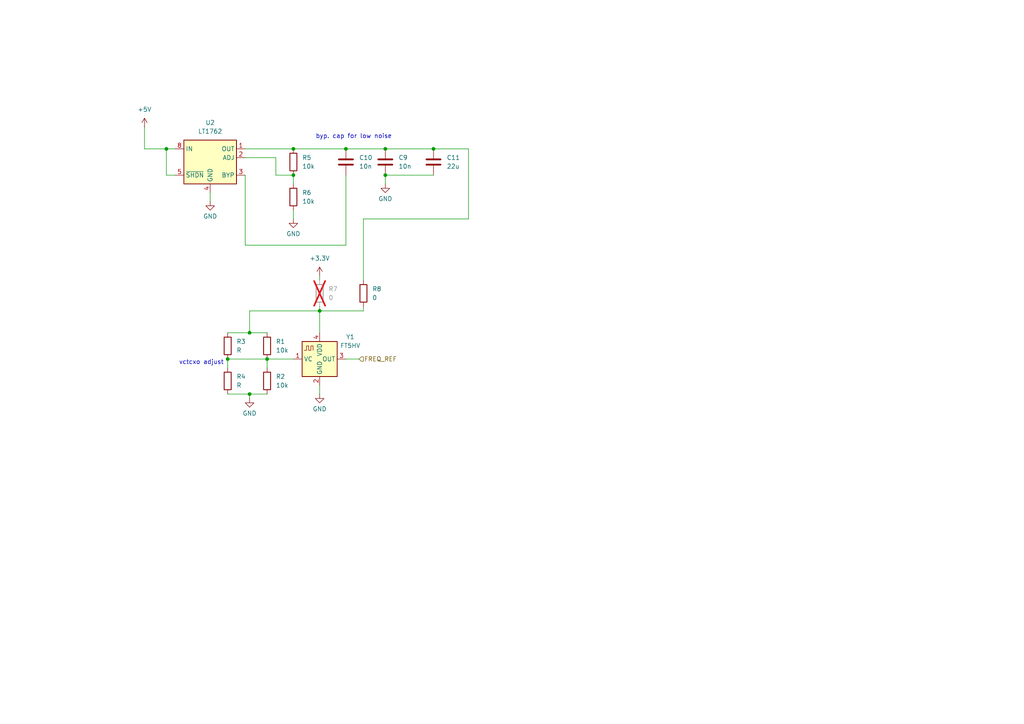
<source format=kicad_sch>
(kicad_sch (version 20250114) (generator "eeschema") (generator_version "9.0")
  (paper "A4")
  (lib_symbols
    (symbol "Device:C" (pin_numbers (hide yes)) (pin_names (offset 0.254))
      (property "Reference" "C" (at 0.635 2.54 0))
      (property "Value" "C" (at 0.635 -2.54 0))
      (symbol "C_0_1"
        (polyline (pts (xy -2.032 0.762) (xy 2.032 0.762)) (stroke (width 0.508)))
        (polyline (pts (xy -2.032 -0.762) (xy 2.032 -0.762)) (stroke (width 0.508)))
      )
      (symbol "C_1_1"
        (pin passive line (at 0 3.81 270) (length 2.794) (name "~") (number "1"))
        (pin passive line (at 0 -3.81 90) (length 2.794) (name "~") (number "2"))
      )
    )
    (symbol "Device:R" (pin_numbers (hide yes)) (pin_names (offset 0))
      (property "Reference" "R" (at 2.032 0 90))
      (property "Value" "R" (at 0 0 90))
      (symbol "R_0_1"
        (rectangle (start -1.016 -2.54) (end 1.016 2.54) (stroke (width 0.254)))
      )
      (symbol "R_1_1"
        (pin passive line (at 0 3.81 270) (length 1.27) (name "~") (number "1"))
        (pin passive line (at 0 -3.81 90) (length 1.27) (name "~") (number "2"))
      )
    )
    (symbol "Oscillator:FT5HV"
      (property "Reference" "Y" (at 5.08 11.43 0))
      (property "Value" "FT5HV" (at 6.35 8.89 0))
      (symbol "FT5HV_0_1"
        (rectangle (start -5.08 5.08) (end 5.08 -5.08) (stroke (width 0.254)) (fill (type background)))
        (polyline (pts (xy -4.445 2.54) (xy -3.81 2.54) (xy -3.81 3.81) (xy -3.175 3.81) (xy -3.175 2.54) (xy -2.54 2.54) (xy -2.54 3.81) (xy -1.905 3.81) (xy -1.905 2.54)))
      )
      (symbol "FT5HV_1_1"
        (pin input line (at -7.62 0 0) (length 2.54) (name "VC") (number "1"))
        (pin power_in line (at 0 7.62 270) (length 2.54) (name "VDD") (number "4"))
        (pin power_in line (at 0 -7.62 90) (length 2.54) (name "GND") (number "2"))
        (pin output line (at 7.62 0 180) (length 2.54) (name "OUT") (number "3"))
      )
    )
    (symbol "Regulator_Linear:LT1762"
      (property "Reference" "U" (at -7.62 8.89 0))
      (property "Value" "LT1762" (at 1.27 -6.35 0))
      (symbol "LT1762_0_1"
        (rectangle (start -7.62 7.62) (end 7.62 -5.08) (stroke (width 0.254)) (fill (type background)))
      )
      (symbol "LT1762_1_1"
        (pin power_in line (at -10.16 5.08 0) (length 2.54) (name "IN") (number "8"))
        (pin input line (at -10.16 -2.54 0) (length 2.54) (name "~{SHDN}") (number "5"))
        (pin power_in line (at 0 -7.62 90) (length 2.54) (name "GND") (number "4"))
        (pin no_connect line (at 2.54 5.08 90) (length 2.54) (hide yes) (name "NC") (number "6"))
        (pin no_connect line (at 2.54 2.54 90) (length 2.54) (hide yes) (name "NC") (number "7"))
        (pin power_out line (at 10.16 5.08 180) (length 2.54) (name "OUT") (number "1"))
        (pin input line (at 10.16 2.54 180) (length 2.54) (name "ADJ") (number "2"))
        (pin passive line (at 10.16 -2.54 180) (length 2.54) (name "BYP") (number "3"))
      )
    )
    (symbol "power:+3.3V" (power) (pin_numbers (hide yes)) (pin_names (offset 0) (hide yes))
      (property "Value" "+3.3V" (at 0 3.556 0))
      (symbol "+3.3V_0_1"
        (polyline (pts (xy -0.762 1.27) (xy 0 2.54)))
        (polyline (pts (xy 0 2.54) (xy 0.762 1.27)))
        (polyline (pts (xy 0 0) (xy 0 2.54)))
      )
      (symbol "+3.3V_1_1"
        (pin power_in line (at 0 0 90) (length 0) (name "~") (number "1"))
      )
    )
    (symbol "power:+5V" (power) (pin_numbers (hide yes)) (pin_names (offset 0) (hide yes))
      (property "Value" "+5V" (at 0 3.556 0))
      (symbol "+5V_0_1"
        (polyline (pts (xy -0.762 1.27) (xy 0 2.54)))
        (polyline (pts (xy 0 2.54) (xy 0.762 1.27)))
        (polyline (pts (xy 0 0) (xy 0 2.54)))
      )
      (symbol "+5V_1_1"
        (pin power_in line (at 0 0 90) (length 0) (name "~") (number "1"))
      )
    )
    (symbol "power:GND" (power) (pin_numbers (hide yes)) (pin_names (offset 0) (hide yes))
      (property "Value" "GND" (at 0 -3.81 0))
      (symbol "GND_0_1"
        (polyline (pts (xy 0 0) (xy 0 -1.27) (xy 1.27 -1.27) (xy 0 -2.54) (xy -1.27 -1.27) (xy 0 -1.27)))
      )
      (symbol "GND_1_1"
        (pin power_in line (at 0 0 270) (length 0) (name "~") (number "1"))
      )
    )
  )
  (text "vctcxo adjust" (at 58.42 105.156 0) (effects (font (size 1.27 1.27))))
  (text "byp. cap for low noise" (at 102.616 39.624 0) (effects (font (size 1.27 1.27))))
  (junction (at 111.76 50.8))
  (junction (at 125.73 43.18))
  (junction (at 85.09 43.18))
  (junction (at 85.09 50.8))
  (junction (at 66.04 104.14))
  (junction (at 77.47 104.14))
  (junction (at 72.39 96.52))
  (junction (at 48.26 43.18))
  (junction (at 92.71 90.17))
  (junction (at 100.33 43.18))
  (junction (at 72.39 114.3))
  (junction (at 111.76 43.18))
  (wire (pts (xy 80.01 45.72) (xy 71.12 45.72)))
  (wire (pts (xy 105.41 81.28) (xy 105.41 63.5)))
  (wire (pts (xy 41.91 43.18) (xy 48.26 43.18)))
  (wire (pts (xy 71.12 71.12) (xy 71.12 50.8)))
  (wire (pts (xy 80.01 50.8) (xy 80.01 45.72)))
  (wire (pts (xy 92.71 90.17) (xy 105.41 90.17)))
  (wire (pts (xy 48.26 50.8) (xy 48.26 43.18)))
  (wire (pts (xy 111.76 50.8) (xy 111.76 53.34)))
  (wire (pts (xy 92.71 80.01) (xy 92.71 81.28)))
  (wire (pts (xy 71.12 43.18) (xy 85.09 43.18)))
  (wire (pts (xy 85.09 50.8) (xy 85.09 53.34)))
  (wire (pts (xy 72.39 114.3) (xy 77.47 114.3)))
  (wire (pts (xy 135.89 63.5) (xy 135.89 43.18)))
  (wire (pts (xy 72.39 96.52) (xy 77.47 96.52)))
  (wire (pts (xy 50.8 50.8) (xy 48.26 50.8)))
  (wire (pts (xy 77.47 104.14) (xy 85.09 104.14)))
  (wire (pts (xy 48.26 43.18) (xy 50.8 43.18)))
  (wire (pts (xy 72.39 90.17) (xy 72.39 96.52)))
  (wire (pts (xy 111.76 50.8) (xy 125.73 50.8)))
  (wire (pts (xy 66.04 114.3) (xy 72.39 114.3)))
  (wire (pts (xy 85.09 60.96) (xy 85.09 63.5)))
  (wire (pts (xy 100.33 104.14) (xy 104.14 104.14)))
  (wire (pts (xy 60.96 55.88) (xy 60.96 58.42)))
  (wire (pts (xy 77.47 104.14) (xy 77.47 106.68)))
  (wire (pts (xy 72.39 114.3) (xy 72.39 115.57)))
  (wire (pts (xy 66.04 96.52) (xy 72.39 96.52)))
  (wire (pts (xy 111.76 43.18) (xy 125.73 43.18)))
  (wire (pts (xy 92.71 88.9) (xy 92.71 90.17)))
  (wire (pts (xy 92.71 90.17) (xy 92.71 96.52)))
  (wire (pts (xy 100.33 50.8) (xy 100.33 71.12)))
  (wire (pts (xy 66.04 104.14) (xy 66.04 106.68)))
  (wire (pts (xy 85.09 43.18) (xy 100.33 43.18)))
  (wire (pts (xy 92.71 111.76) (xy 92.71 114.3)))
  (wire (pts (xy 135.89 43.18) (xy 125.73 43.18)))
  (wire (pts (xy 85.09 50.8) (xy 80.01 50.8)))
  (wire (pts (xy 105.41 90.17) (xy 105.41 88.9)))
  (wire (pts (xy 111.76 43.18) (xy 100.33 43.18)))
  (wire (pts (xy 100.33 71.12) (xy 71.12 71.12)))
  (wire (pts (xy 66.04 104.14) (xy 77.47 104.14)))
  (wire (pts (xy 105.41 63.5) (xy 135.89 63.5)))
  (wire (pts (xy 92.71 90.17) (xy 72.39 90.17)))
  (wire (pts (xy 41.91 36.83) (xy 41.91 43.18)))
  (hierarchical_label "FREQ_REF" (shape input) (at 104.14 104.14 0))
  (symbol (lib_id "power:GND") (at 60.96 58.42 0) (unit 1)
    (property "Reference" "#PWR012" (effects (hide yes)))
    (property "Value" "GND" (at 60.96 62.738 0))
    (property "Description" "Power symbol creates a global label with name \"GND\" , ground" (effects (hide yes)))
  )
  (symbol (lib_id "power:GND") (at 72.39 115.57 0) (unit 1)
    (property "Reference" "#PWR013" (effects (hide yes)))
    (property "Value" "GND" (at 72.39 119.888 0))
    (property "Description" "Power symbol creates a global label with name \"GND\" , ground" (effects (hide yes)))
  )
  (symbol (lib_id "Device:R") (at 105.41 85.09 0) (unit 1)
    (property "Reference" "R8" (at 107.95 83.8199 0) (effects (justify left)))
    (property "Value" "0" (at 107.95 86.3599 0) (effects (justify left)))
    (property "Footprint" "Resistor_SMD:R_0603_1608Metric_Pad0.98x0.95mm_HandSolder" (effects (hide yes)))
    (property "Description" "Resistor" (effects (hide yes)))
  )
  (symbol (lib_id "Oscillator:FT5HV") (at 92.71 104.14 0) (unit 1)
    (property "Reference" "Y1" (at 101.6 97.7198 0))
    (property "Value" "FT5HV" (at 101.6 100.2598 0))
    (property "Footprint" "Oscillator:Oscillator_SMD_Fox_FT5H_5.0x3.2mm" (effects (hide yes)))
    (property "Datasheet" "https://foxonline.com/wp-content/uploads/pdfs/T5HN_T5HV.pdf" (effects (hide yes)))
    (property "Description" "HCMOS temperature compensated voltage controlled oscillator" (effects (hide yes)))
  )
  (symbol (lib_id "power:GND") (at 111.76 53.34 0) (unit 1)
    (property "Reference" "#PWR016" (effects (hide yes)))
    (property "Value" "GND" (at 111.76 57.658 0))
    (property "Description" "Power symbol creates a global label with name \"GND\" , ground" (effects (hide yes)))
  )
  (symbol (lib_id "Device:R") (at 85.09 57.15 0) (unit 1)
    (property "Reference" "R6" (at 87.63 55.8799 0) (effects (justify left)))
    (property "Value" "10k" (at 87.63 58.4199 0) (effects (justify left)))
    (property "Footprint" "Resistor_SMD:R_0603_1608Metric_Pad0.98x0.95mm_HandSolder" (effects (hide yes)))
    (property "Description" "Resistor" (effects (hide yes)))
  )
  (symbol (lib_id "Device:R") (at 85.09 46.99 0) (unit 1)
    (property "Reference" "R5" (at 87.63 45.7199 0) (effects (justify left)))
    (property "Value" "10k" (at 87.63 48.2599 0) (effects (justify left)))
    (property "Footprint" "Resistor_SMD:R_0603_1608Metric_Pad0.98x0.95mm_HandSolder" (effects (hide yes)))
    (property "Description" "Resistor" (effects (hide yes)))
  )
  (symbol (lib_id "Device:R") (at 92.71 85.09 0) (unit 1) (dnp yes)
    (property "Reference" "R7" (at 95.25 83.8199 0) (effects (justify left)))
    (property "Value" "0" (at 95.25 86.3599 0) (effects (justify left)))
    (property "Footprint" "Resistor_SMD:R_0603_1608Metric_Pad0.98x0.95mm_HandSolder" (effects (hide yes)))
    (property "Description" "Resistor" (effects (hide yes)))
  )
  (symbol (lib_id "Device:C") (at 125.73 46.99 0) (unit 1)
    (property "Reference" "C11" (at 129.54 45.7199 0) (effects (justify left)))
    (property "Value" "22u" (at 129.54 48.2599 0) (effects (justify left)))
    (property "Footprint" "Capacitor_SMD:C_1206_3216Metric_Pad1.33x1.80mm_HandSolder" (effects (hide yes)))
    (property "Description" "Unpolarized capacitor" (effects (hide yes)))
  )
  (symbol (lib_id "Device:C") (at 111.76 46.99 0) (unit 1)
    (property "Reference" "C9" (at 115.57 45.7199 0) (effects (justify left)))
    (property "Value" "10n" (at 115.57 48.2599 0) (effects (justify left)))
    (property "Footprint" "Capacitor_SMD:C_0603_1608Metric_Pad1.08x0.95mm_HandSolder" (effects (hide yes)))
    (property "Description" "Unpolarized capacitor" (effects (hide yes)))
  )
  (symbol (lib_id "power:GND") (at 85.09 63.5 0) (unit 1)
    (property "Reference" "#PWR014" (effects (hide yes)))
    (property "Value" "GND" (at 85.09 67.818 0))
    (property "Description" "Power symbol creates a global label with name \"GND\" , ground" (effects (hide yes)))
  )
  (symbol (lib_id "Device:R") (at 66.04 110.49 0) (unit 1)
    (property "Reference" "R4" (at 68.58 109.2199 0) (effects (justify left)))
    (property "Value" "R" (at 68.58 111.7599 0) (effects (justify left)))
    (property "Footprint" "Resistor_SMD:R_0603_1608Metric_Pad0.98x0.95mm_HandSolder" (effects (hide yes)))
    (property "Description" "Resistor" (effects (hide yes)))
  )
  (symbol (lib_id "power:GND") (at 92.71 114.3 0) (unit 1)
    (property "Reference" "#PWR010" (effects (hide yes)))
    (property "Value" "GND" (at 92.71 118.618 0))
    (property "Description" "Power symbol creates a global label with name \"GND\" , ground" (effects (hide yes)))
  )
  (symbol (lib_id "Device:R") (at 77.47 110.49 0) (unit 1)
    (property "Reference" "R2" (at 80.01 109.2199 0) (effects (justify left)))
    (property "Value" "10k" (at 80.01 111.7599 0) (effects (justify left)))
    (property "Footprint" "Resistor_SMD:R_0603_1608Metric_Pad0.98x0.95mm_HandSolder" (effects (hide yes)))
    (property "Description" "Resistor" (effects (hide yes)))
  )
  (symbol (lib_id "Regulator_Linear:LT1762") (at 60.96 48.26 0) (unit 1)
    (property "Reference" "U2" (at 60.96 35.56 0))
    (property "Value" "LT1762" (at 60.96 38.1 0))
    (property "Footprint" "Package_SO:MSOP-8_3x3mm_P0.65mm" (effects (hide yes)))
    (property "Datasheet" "https://www.analog.com/media/en/technical-documentation/data-sheets/LT1762.pdf" (effects (hide yes)))
    (property "Description" "150mA, Adjustable, Low Noise, Micropower LDO Regulator, MSOP-8" (effects (hide yes)))
  )
  (symbol (lib_id "power:+5V") (at 41.91 36.83 0) (unit 1)
    (property "Reference" "#PWR011" (effects (hide yes)))
    (property "Value" "+5V" (at 41.91 31.75 0))
    (property "Description" "Power symbol creates a global label with name \"+5V\"" (effects (hide yes)))
  )
  (symbol (lib_id "Device:C") (at 100.33 46.99 180) (unit 1)
    (property "Reference" "C10" (at 104.14 45.7199 0) (effects (justify right)))
    (property "Value" "10n" (at 104.14 48.2599 0) (effects (justify right)))
    (property "Footprint" "Capacitor_SMD:C_0603_1608Metric_Pad1.08x0.95mm_HandSolder" (effects (hide yes)))
    (property "Description" "Unpolarized capacitor" (effects (hide yes)))
  )
  (symbol (lib_id "Device:R") (at 66.04 100.33 0) (unit 1)
    (property "Reference" "R3" (at 68.58 99.0599 0) (effects (justify left)))
    (property "Value" "R" (at 68.58 101.5999 0) (effects (justify left)))
    (property "Footprint" "Resistor_SMD:R_0603_1608Metric_Pad0.98x0.95mm_HandSolder" (effects (hide yes)))
    (property "Description" "Resistor" (effects (hide yes)))
  )
  (symbol (lib_id "power:+3.3V") (at 92.71 80.01 0) (unit 1)
    (property "Reference" "#PWR015" (effects (hide yes)))
    (property "Value" "+3.3V" (at 92.71 74.93 0))
    (property "Description" "Power symbol creates a global label with name \"+3.3V\"" (effects (hide yes)))
  )
  (symbol (lib_id "Device:R") (at 77.47 100.33 0) (unit 1)
    (property "Reference" "R1" (at 80.01 99.0599 0) (effects (justify left)))
    (property "Value" "10k" (at 80.01 101.5999 0) (effects (justify left)))
    (property "Footprint" "Resistor_SMD:R_0603_1608Metric_Pad0.98x0.95mm_HandSolder" (effects (hide yes)))
    (property "Description" "Resistor" (effects (hide yes)))
  )
)
</source>
